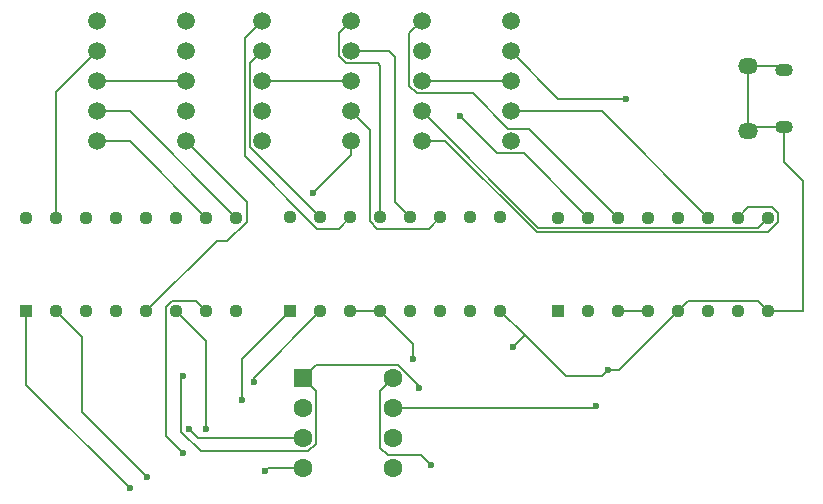
<source format=gbr>
%TF.GenerationSoftware,KiCad,Pcbnew,9.0.1*%
%TF.CreationDate,2025-05-07T13:52:14+02:00*%
%TF.ProjectId,HelioHeat,48656c69-6f48-4656-9174-2e6b69636164,rev?*%
%TF.SameCoordinates,Original*%
%TF.FileFunction,Copper,L2,Bot*%
%TF.FilePolarity,Positive*%
%FSLAX46Y46*%
G04 Gerber Fmt 4.6, Leading zero omitted, Abs format (unit mm)*
G04 Created by KiCad (PCBNEW 9.0.1) date 2025-05-07 13:52:14*
%MOMM*%
%LPD*%
G01*
G04 APERTURE LIST*
G04 Aperture macros list*
%AMRoundRect*
0 Rectangle with rounded corners*
0 $1 Rounding radius*
0 $2 $3 $4 $5 $6 $7 $8 $9 X,Y pos of 4 corners*
0 Add a 4 corners polygon primitive as box body*
4,1,4,$2,$3,$4,$5,$6,$7,$8,$9,$2,$3,0*
0 Add four circle primitives for the rounded corners*
1,1,$1+$1,$2,$3*
1,1,$1+$1,$4,$5*
1,1,$1+$1,$6,$7*
1,1,$1+$1,$8,$9*
0 Add four rect primitives between the rounded corners*
20,1,$1+$1,$2,$3,$4,$5,0*
20,1,$1+$1,$4,$5,$6,$7,0*
20,1,$1+$1,$6,$7,$8,$9,0*
20,1,$1+$1,$8,$9,$2,$3,0*%
G04 Aperture macros list end*
%TA.AperFunction,ComponentPad*%
%ADD10R,1.130000X1.130000*%
%TD*%
%TA.AperFunction,ComponentPad*%
%ADD11C,1.130000*%
%TD*%
%TA.AperFunction,HeatsinkPad*%
%ADD12O,1.700000X1.350000*%
%TD*%
%TA.AperFunction,HeatsinkPad*%
%ADD13O,1.500000X1.100000*%
%TD*%
%TA.AperFunction,ComponentPad*%
%ADD14C,1.508000*%
%TD*%
%TA.AperFunction,ComponentPad*%
%ADD15RoundRect,0.250000X-0.550000X-0.550000X0.550000X-0.550000X0.550000X0.550000X-0.550000X0.550000X0*%
%TD*%
%TA.AperFunction,ComponentPad*%
%ADD16C,1.600000*%
%TD*%
%TA.AperFunction,ViaPad*%
%ADD17C,0.600000*%
%TD*%
%TA.AperFunction,Conductor*%
%ADD18C,0.200000*%
%TD*%
G04 APERTURE END LIST*
D10*
%TO.P,U4,1,B_IN*%
%TO.N,Net-(U4-B_IN)*%
X115800000Y-47000000D03*
D11*
%TO.P,U4,2,C_IN*%
%TO.N,Net-(U4-C_IN)*%
X118340000Y-47000000D03*
%TO.P,U4,3,~{LT}*%
%TO.N,+5V*%
X120880000Y-47000000D03*
%TO.P,U4,4,~{BL}*%
X123420000Y-47000000D03*
%TO.P,U4,5,LE/~{STROBE}*%
%TO.N,GND*%
X125960000Y-47000000D03*
%TO.P,U4,6,D_IN*%
%TO.N,Net-(U4-D_IN)*%
X128500000Y-47000000D03*
%TO.P,U4,7,A_IN*%
%TO.N,Net-(U4-A_IN)*%
X131040000Y-47000000D03*
%TO.P,U4,8,VSS*%
%TO.N,GND*%
X133580000Y-47000000D03*
%TO.P,U4,9,E_OUT*%
%TO.N,Net-(U4-E_OUT)*%
X133580000Y-39060000D03*
%TO.P,U4,10,D_OUT*%
%TO.N,Net-(U4-D_OUT)*%
X131040000Y-39060000D03*
%TO.P,U4,11,C_OUT*%
%TO.N,Net-(U4-C_OUT)*%
X128500000Y-39060000D03*
%TO.P,U4,12,B_OUT*%
%TO.N,Net-(U4-B_OUT)*%
X125960000Y-39060000D03*
%TO.P,U4,13,A_OUT*%
%TO.N,Net-(U4-A_OUT)*%
X123420000Y-39060000D03*
%TO.P,U4,14,G_OUT*%
%TO.N,Net-(U4-G_OUT)*%
X120880000Y-39060000D03*
%TO.P,U4,15,F_OUT*%
%TO.N,Net-(U4-F_OUT)*%
X118340000Y-39060000D03*
%TO.P,U4,16,VDD*%
%TO.N,+5V*%
X115800000Y-39060000D03*
%TD*%
D10*
%TO.P,U3,1,B_IN*%
%TO.N,Net-(U3-B_IN)*%
X93110000Y-46970000D03*
D11*
%TO.P,U3,2,C_IN*%
%TO.N,Net-(U3-C_IN)*%
X95650000Y-46970000D03*
%TO.P,U3,3,~{LT}*%
%TO.N,+5V*%
X98190000Y-46970000D03*
%TO.P,U3,4,~{BL}*%
X100730000Y-46970000D03*
%TO.P,U3,5,LE/~{STROBE}*%
%TO.N,GND*%
X103270000Y-46970000D03*
%TO.P,U3,6,D_IN*%
%TO.N,Net-(U3-D_IN)*%
X105810000Y-46970000D03*
%TO.P,U3,7,A_IN*%
%TO.N,Net-(U3-A_IN)*%
X108350000Y-46970000D03*
%TO.P,U3,8,VSS*%
%TO.N,GND*%
X110890000Y-46970000D03*
%TO.P,U3,9,E_OUT*%
%TO.N,Net-(U3-E_OUT)*%
X110890000Y-39030000D03*
%TO.P,U3,10,D_OUT*%
%TO.N,Net-(U3-D_OUT)*%
X108350000Y-39030000D03*
%TO.P,U3,11,C_OUT*%
%TO.N,Net-(U3-C_OUT)*%
X105810000Y-39030000D03*
%TO.P,U3,12,B_OUT*%
%TO.N,Net-(U3-B_OUT)*%
X103270000Y-39030000D03*
%TO.P,U3,13,A_OUT*%
%TO.N,Net-(U3-A_OUT)*%
X100730000Y-39030000D03*
%TO.P,U3,14,G_OUT*%
%TO.N,Net-(U3-G_OUT)*%
X98190000Y-39030000D03*
%TO.P,U3,15,F_OUT*%
%TO.N,Net-(U3-F_OUT)*%
X95650000Y-39030000D03*
%TO.P,U3,16,VDD*%
%TO.N,+5V*%
X93110000Y-39030000D03*
%TD*%
D12*
%TO.P,J1,6,Shield*%
%TO.N,GND*%
X131885000Y-26245000D03*
D13*
X134885000Y-26555000D03*
X134885000Y-31395000D03*
D12*
X131885000Y-31705000D03*
%TD*%
D14*
%TO.P,D3,1*%
%TO.N,Net-(U4-G_OUT)*%
X104240000Y-22420000D03*
%TO.P,D3,2*%
%TO.N,Net-(U4-F_OUT)*%
X104240000Y-24960000D03*
%TO.P,D3,3*%
%TO.N,Net-(D3-Pad3)*%
X104240000Y-27500000D03*
%TO.P,D3,4*%
%TO.N,Net-(U4-E_OUT)*%
X104240000Y-30040000D03*
%TO.P,D3,5*%
%TO.N,Net-(U4-D_OUT)*%
X104240000Y-32580000D03*
%TO.P,D3,6*%
%TO.N,GND*%
X111760000Y-32580000D03*
%TO.P,D3,7*%
%TO.N,Net-(U4-C_OUT)*%
X111760000Y-30040000D03*
%TO.P,D3,8*%
%TO.N,Net-(D3-Pad3)*%
X111760000Y-27500000D03*
%TO.P,D3,9*%
%TO.N,Net-(U4-B_OUT)*%
X111760000Y-24960000D03*
%TO.P,D3,10*%
%TO.N,Net-(U4-A_OUT)*%
X111760000Y-22420000D03*
%TD*%
%TO.P,D1,1*%
%TO.N,Net-(U2-G_OUT)*%
X76740000Y-22420000D03*
%TO.P,D1,2*%
%TO.N,Net-(U2-F_OUT)*%
X76740000Y-24960000D03*
%TO.P,D1,3*%
%TO.N,Net-(D1-Pad3)*%
X76740000Y-27500000D03*
%TO.P,D1,4*%
%TO.N,Net-(U2-E_OUT)*%
X76740000Y-30040000D03*
%TO.P,D1,5*%
%TO.N,Net-(U2-D_OUT)*%
X76740000Y-32580000D03*
%TO.P,D1,6*%
%TO.N,GND*%
X84260000Y-32580000D03*
%TO.P,D1,7*%
%TO.N,Net-(U2-C_OUT)*%
X84260000Y-30040000D03*
%TO.P,D1,8*%
%TO.N,Net-(D1-Pad3)*%
X84260000Y-27500000D03*
%TO.P,D1,9*%
%TO.N,Net-(U2-B_OUT)*%
X84260000Y-24960000D03*
%TO.P,D1,10*%
%TO.N,Net-(U2-A_OUT)*%
X84260000Y-22420000D03*
%TD*%
D15*
%TO.P,U1,1,~{RESET}/PB5*%
%TO.N,Net-(U1-~{RESET}{slash}PB5)*%
X94195000Y-52690000D03*
D16*
%TO.P,U1,2,XTAL1/PB3*%
%TO.N,Net-(U1-XTAL1{slash}PB3)*%
X94195000Y-55230000D03*
%TO.P,U1,3,XTAL2/PB4*%
%TO.N,Net-(U1-XTAL2{slash}PB4)*%
X94195000Y-57770000D03*
%TO.P,U1,4,GND*%
%TO.N,GND*%
X94195000Y-60310000D03*
%TO.P,U1,5,AREF/PB0*%
%TO.N,unconnected-(U1-AREF{slash}PB0-Pad5)*%
X101815000Y-60310000D03*
%TO.P,U1,6,PB1*%
%TO.N,unconnected-(U1-PB1-Pad6)*%
X101815000Y-57770000D03*
%TO.P,U1,7,PB2*%
%TO.N,Net-(U1-PB2)*%
X101815000Y-55230000D03*
%TO.P,U1,8,VCC*%
%TO.N,+5V*%
X101815000Y-52690000D03*
%TD*%
D10*
%TO.P,U2,1,B_IN*%
%TO.N,Net-(U2-B_IN)*%
X70760000Y-47000000D03*
D11*
%TO.P,U2,2,C_IN*%
%TO.N,Net-(U2-C_IN)*%
X73300000Y-47000000D03*
%TO.P,U2,3,~{LT}*%
%TO.N,+5V*%
X75840000Y-47000000D03*
%TO.P,U2,4,~{BL}*%
X78380000Y-47000000D03*
%TO.P,U2,5,LE/~{STROBE}*%
%TO.N,GND*%
X80920000Y-47000000D03*
%TO.P,U2,6,D_IN*%
%TO.N,Net-(U2-D_IN)*%
X83460000Y-47000000D03*
%TO.P,U2,7,A_IN*%
%TO.N,Net-(U2-A_IN)*%
X86000000Y-47000000D03*
%TO.P,U2,8,VSS*%
%TO.N,GND*%
X88540000Y-47000000D03*
%TO.P,U2,9,E_OUT*%
%TO.N,Net-(U2-E_OUT)*%
X88540000Y-39060000D03*
%TO.P,U2,10,D_OUT*%
%TO.N,Net-(U2-D_OUT)*%
X86000000Y-39060000D03*
%TO.P,U2,11,C_OUT*%
%TO.N,Net-(U2-C_OUT)*%
X83460000Y-39060000D03*
%TO.P,U2,12,B_OUT*%
%TO.N,Net-(U2-B_OUT)*%
X80920000Y-39060000D03*
%TO.P,U2,13,A_OUT*%
%TO.N,Net-(U2-A_OUT)*%
X78380000Y-39060000D03*
%TO.P,U2,14,G_OUT*%
%TO.N,Net-(U2-G_OUT)*%
X75840000Y-39060000D03*
%TO.P,U2,15,F_OUT*%
%TO.N,Net-(U2-F_OUT)*%
X73300000Y-39060000D03*
%TO.P,U2,16,VDD*%
%TO.N,+5V*%
X70760000Y-39060000D03*
%TD*%
D14*
%TO.P,D2,1*%
%TO.N,Net-(U3-G_OUT)*%
X90740000Y-22420000D03*
%TO.P,D2,2*%
%TO.N,Net-(U3-F_OUT)*%
X90740000Y-24960000D03*
%TO.P,D2,3*%
%TO.N,Net-(D2-Pad3)*%
X90740000Y-27500000D03*
%TO.P,D2,4*%
%TO.N,Net-(U3-E_OUT)*%
X90740000Y-30040000D03*
%TO.P,D2,5*%
%TO.N,Net-(U3-D_OUT)*%
X90740000Y-32580000D03*
%TO.P,D2,6*%
%TO.N,+5V*%
X98260000Y-32580000D03*
%TO.P,D2,7*%
%TO.N,Net-(U3-C_OUT)*%
X98260000Y-30040000D03*
%TO.P,D2,8*%
%TO.N,Net-(D2-Pad3)*%
X98260000Y-27500000D03*
%TO.P,D2,9*%
%TO.N,Net-(U3-B_OUT)*%
X98260000Y-24960000D03*
%TO.P,D2,10*%
%TO.N,Net-(U3-A_OUT)*%
X98260000Y-22420000D03*
%TD*%
D17*
%TO.N,Net-(U1-PB2)*%
X119000000Y-55000000D03*
%TO.N,Net-(U1-XTAL2{slash}PB4)*%
X84500000Y-57000000D03*
%TO.N,Net-(U1-~{RESET}{slash}PB5)*%
X84000000Y-52500000D03*
X104000000Y-53500000D03*
%TO.N,GND*%
X120000000Y-52000000D03*
X112000000Y-50000000D03*
X91000000Y-60500000D03*
%TO.N,Net-(U4-F_OUT)*%
X107500000Y-30500000D03*
%TO.N,Net-(U4-B_OUT)*%
X121500000Y-29000000D03*
%TO.N,Net-(U2-C_IN)*%
X81000000Y-61000000D03*
%TO.N,Net-(U2-D_IN)*%
X86000000Y-57000000D03*
%TO.N,Net-(U2-B_IN)*%
X79500000Y-62000000D03*
%TO.N,Net-(U2-A_IN)*%
X84000000Y-59000000D03*
%TO.N,Net-(U3-C_IN)*%
X90000000Y-53000000D03*
%TO.N,Net-(U3-B_IN)*%
X89000000Y-54500000D03*
%TO.N,+5V*%
X103500000Y-51000000D03*
X95000000Y-37000000D03*
X105000000Y-60000000D03*
%TD*%
D18*
%TO.N,Net-(U1-PB2)*%
X101815000Y-55230000D02*
X118770000Y-55230000D01*
X118770000Y-55230000D02*
X119000000Y-55000000D01*
%TO.N,Net-(U1-XTAL2{slash}PB4)*%
X85270000Y-57770000D02*
X84500000Y-57000000D01*
X94195000Y-57770000D02*
X85270000Y-57770000D01*
%TO.N,Net-(U1-~{RESET}{slash}PB5)*%
X85521057Y-58871000D02*
X94651050Y-58871000D01*
X95296000Y-53791000D02*
X94195000Y-52690000D01*
X94195000Y-52690000D02*
X95296000Y-51589000D01*
X83899000Y-52601000D02*
X83899000Y-57248943D01*
X104000000Y-53317950D02*
X104000000Y-53500000D01*
X84000000Y-52500000D02*
X83899000Y-52601000D01*
X102271050Y-51589000D02*
X104000000Y-53317950D01*
X95296000Y-51589000D02*
X102271050Y-51589000D01*
X94651050Y-58871000D02*
X95296000Y-58226050D01*
X83899000Y-57248943D02*
X85521057Y-58871000D01*
X95296000Y-58226050D02*
X95296000Y-53791000D01*
%TO.N,GND*%
X87770709Y-41054000D02*
X89406000Y-39418709D01*
X132714000Y-46134000D02*
X133580000Y-47000000D01*
X80920000Y-47000000D02*
X86866000Y-41054000D01*
X131885000Y-31705000D02*
X131885000Y-26245000D01*
X112960000Y-49040000D02*
X110890000Y-46970000D01*
X136500000Y-47000000D02*
X136500000Y-36000000D01*
X112960000Y-49040000D02*
X112000000Y-50000000D01*
X134885000Y-31395000D02*
X132195000Y-31395000D01*
X119500000Y-52500000D02*
X116420000Y-52500000D01*
X134885000Y-34385000D02*
X134885000Y-31395000D01*
X131885000Y-26245000D02*
X134575000Y-26245000D01*
X125960000Y-47000000D02*
X120960000Y-52000000D01*
X132195000Y-31395000D02*
X131885000Y-31705000D01*
X125960000Y-47000000D02*
X126826000Y-46134000D01*
X133580000Y-47000000D02*
X136500000Y-47000000D01*
X91190000Y-60310000D02*
X91000000Y-60500000D01*
X116420000Y-52500000D02*
X112960000Y-49040000D01*
X134575000Y-26245000D02*
X134885000Y-26555000D01*
X94195000Y-60310000D02*
X91190000Y-60310000D01*
X86866000Y-41054000D02*
X87770709Y-41054000D01*
X126826000Y-46134000D02*
X132714000Y-46134000D01*
X89406000Y-37726000D02*
X84260000Y-32580000D01*
X136500000Y-36000000D02*
X134885000Y-34385000D01*
X89406000Y-39418709D02*
X89406000Y-37726000D01*
X120960000Y-52000000D02*
X120000000Y-52000000D01*
X120000000Y-52000000D02*
X119500000Y-52500000D01*
%TO.N,Net-(U2-F_OUT)*%
X76740000Y-24960000D02*
X73300000Y-28400000D01*
X73300000Y-28400000D02*
X73300000Y-39060000D01*
%TO.N,Net-(U2-D_OUT)*%
X76740000Y-32580000D02*
X79520000Y-32580000D01*
X79520000Y-32580000D02*
X86000000Y-39060000D01*
%TO.N,Net-(U2-E_OUT)*%
X79520000Y-30040000D02*
X88540000Y-39060000D01*
X76740000Y-30040000D02*
X79520000Y-30040000D01*
%TO.N,Net-(U3-G_OUT)*%
X97220000Y-40000000D02*
X98190000Y-39030000D01*
X90740000Y-22420000D02*
X89284000Y-23876000D01*
X95395291Y-40000000D02*
X97220000Y-40000000D01*
X89284000Y-33888709D02*
X95395291Y-40000000D01*
X89284000Y-23876000D02*
X89284000Y-33888709D01*
%TO.N,Net-(U3-C_OUT)*%
X104840000Y-40000000D02*
X105810000Y-39030000D01*
X99864000Y-39388709D02*
X100475291Y-40000000D01*
X99864000Y-31644000D02*
X99864000Y-39388709D01*
X98260000Y-30040000D02*
X99864000Y-31644000D01*
X100475291Y-40000000D02*
X104840000Y-40000000D01*
%TO.N,Net-(U3-B_OUT)*%
X102000000Y-25500000D02*
X102000000Y-37760000D01*
X101460000Y-24960000D02*
X102000000Y-25500000D01*
X102000000Y-37760000D02*
X103270000Y-39030000D01*
X98260000Y-24960000D02*
X101460000Y-24960000D01*
%TO.N,Net-(U3-F_OUT)*%
X90740000Y-24960000D02*
X89685000Y-26015000D01*
X89685000Y-26015000D02*
X89685000Y-33065000D01*
X89685000Y-33065000D02*
X95650000Y-39030000D01*
%TO.N,Net-(U3-A_OUT)*%
X97205000Y-23475000D02*
X97205000Y-25396996D01*
X97823004Y-26015000D02*
X100485000Y-26015000D01*
X97205000Y-25396996D02*
X97823004Y-26015000D01*
X98260000Y-22420000D02*
X97205000Y-23475000D01*
X100730000Y-26230000D02*
X100730000Y-39030000D01*
X100500000Y-26000000D02*
X100730000Y-26230000D01*
X100485000Y-26015000D02*
X100500000Y-26000000D01*
%TO.N,Net-(U4-C_OUT)*%
X119480000Y-30040000D02*
X128500000Y-39060000D01*
X111760000Y-30040000D02*
X119480000Y-30040000D01*
%TO.N,Net-(U4-G_OUT)*%
X108555000Y-28555000D02*
X111525000Y-31525000D01*
X104240000Y-22420000D02*
X103185000Y-23475000D01*
X103185000Y-27936996D02*
X103803004Y-28555000D01*
X113345000Y-31525000D02*
X120880000Y-39060000D01*
X103185000Y-23475000D02*
X103185000Y-27936996D01*
X103803004Y-28555000D02*
X108555000Y-28555000D01*
X111525000Y-31525000D02*
X113345000Y-31525000D01*
%TO.N,Net-(U4-F_OUT)*%
X112915000Y-33635000D02*
X110635000Y-33635000D01*
X118340000Y-39060000D02*
X112915000Y-33635000D01*
X110635000Y-33635000D02*
X107500000Y-30500000D01*
%TO.N,Net-(U4-E_OUT)*%
X104240000Y-30040000D02*
X114126000Y-39926000D01*
X132714000Y-39926000D02*
X133580000Y-39060000D01*
X114126000Y-39926000D02*
X132714000Y-39926000D01*
%TO.N,Net-(U4-B_OUT)*%
X111760000Y-24960000D02*
X115800000Y-29000000D01*
X115800000Y-29000000D02*
X121500000Y-29000000D01*
%TO.N,Net-(U4-D_OUT)*%
X113959900Y-40327000D02*
X133537709Y-40327000D01*
X134446000Y-39418709D02*
X134446000Y-38701291D01*
X106212900Y-32580000D02*
X113959900Y-40327000D01*
X134446000Y-38701291D02*
X133938709Y-38194000D01*
X131906000Y-38194000D02*
X131040000Y-39060000D01*
X133537709Y-40327000D02*
X134446000Y-39418709D01*
X104240000Y-32580000D02*
X106212900Y-32580000D01*
X133938709Y-38194000D02*
X131906000Y-38194000D01*
%TO.N,Net-(U2-C_IN)*%
X75500000Y-49200000D02*
X75500000Y-52500000D01*
X75500000Y-55500000D02*
X81000000Y-61000000D01*
X75500000Y-52500000D02*
X75500000Y-55500000D01*
X73300000Y-47000000D02*
X75500000Y-49200000D01*
%TO.N,Net-(U2-D_IN)*%
X86000000Y-49540000D02*
X86000000Y-57000000D01*
X83460000Y-47000000D02*
X86000000Y-49540000D01*
%TO.N,Net-(U2-B_IN)*%
X70760000Y-47000000D02*
X70760000Y-53260000D01*
X70760000Y-53260000D02*
X79500000Y-62000000D01*
%TO.N,Net-(U2-A_IN)*%
X82594000Y-57594000D02*
X84000000Y-59000000D01*
X85134000Y-46134000D02*
X83101291Y-46134000D01*
X82594000Y-46641291D02*
X82594000Y-57594000D01*
X86000000Y-47000000D02*
X85134000Y-46134000D01*
X83101291Y-46134000D02*
X82594000Y-46641291D01*
%TO.N,Net-(U3-C_IN)*%
X95650000Y-46970000D02*
X90000000Y-52620000D01*
X90000000Y-52620000D02*
X90000000Y-53000000D01*
%TO.N,Net-(U3-B_IN)*%
X93110000Y-46970000D02*
X89000000Y-51080000D01*
X89000000Y-51080000D02*
X89000000Y-54500000D01*
%TO.N,Net-(D1-Pad3)*%
X76740000Y-27500000D02*
X84260000Y-27500000D01*
%TO.N,Net-(D2-Pad3)*%
X90740000Y-27500000D02*
X98260000Y-27500000D01*
%TO.N,Net-(D3-Pad3)*%
X104240000Y-27500000D02*
X111760000Y-27500000D01*
%TO.N,+5V*%
X103500000Y-49740000D02*
X103500000Y-51000000D01*
X100714000Y-53791000D02*
X100714000Y-58564050D01*
X100714000Y-58564050D02*
X101358950Y-59209000D01*
X98260000Y-32580000D02*
X98260000Y-33740000D01*
X100730000Y-46970000D02*
X103500000Y-49740000D01*
X98260000Y-33740000D02*
X95000000Y-37000000D01*
X123420000Y-47000000D02*
X120880000Y-47000000D01*
X101358950Y-59209000D02*
X104209000Y-59209000D01*
X100730000Y-46970000D02*
X98190000Y-46970000D01*
X101815000Y-52690000D02*
X100714000Y-53791000D01*
X104209000Y-59209000D02*
X105000000Y-60000000D01*
%TD*%
M02*

</source>
